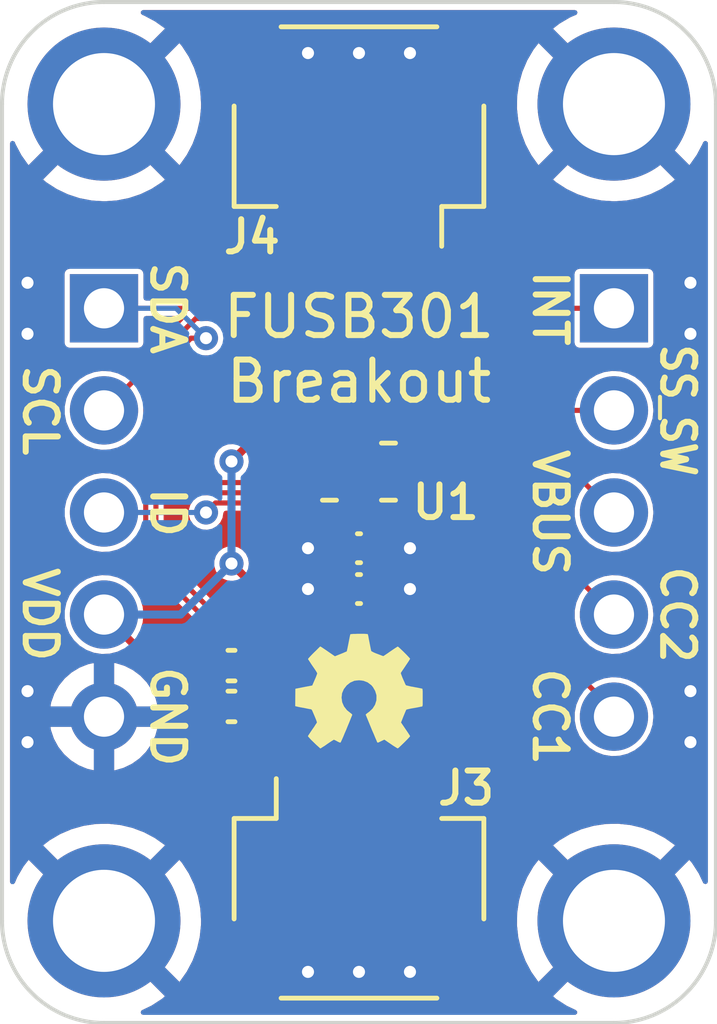
<source format=kicad_pcb>
(kicad_pcb (version 20210424) (generator pcbnew)
  (layers (0 "F.Cu" signal) (31 "B.Cu" signal) (34 "B.Paste" user) (35 "F.Paste" user) (36 "B.SilkS" user "B.Silkscreen") (37 "F.SilkS" user "F.Silkscreen") (38 "B.Mask" user) (39 "F.Mask" user) (44 "Edge.Cuts" user))
  (net 0 "")
  (net 1 "/SDA")
  (net 2 "/SCL")
  (net 3 "/ID")
  (net 4 "GND")
  (net 5 "VDD")
  (net 6 "/~INT")
  (net 7 "/SS_SW")
  (net 8 "/VBUS")
  (net 9 "/CC2")
  (net 10 "/CC1")
  (footprint "MountingHole:MountingHole_2.5mm_Pad" (layer "F.Cu") (at 136.525 104.775)
    (fp_text reference "H1" hide)
    (fp_text value "MountingHole_2.5mm_Pad" hide)
    (pad "1" thru_hole circle locked (at 0 0) (size 3.81 3.81) (drill 2.54) (layers *.Cu *.Mask) (net 4 "GND"))
  )
  (footprint "MountingHole:MountingHole_2.5mm_Pad" (layer "F.Cu") (at 149.225 104.775)
    (fp_text reference "H2" hide)
    (fp_text value "MountingHole_2.5mm_Pad" hide)
    (pad "1" thru_hole circle locked (at 0 0) (size 3.81 3.81) (drill 2.54) (layers *.Cu *.Mask) (net 4 "GND"))
  )
  (footprint "Connector_JST:JST_SH_SM04B-SRSS-TB_1x04-1MP_P1.00mm_Horizontal" (layer "F.Cu") (at 142.875 124.333)
    (fp_text reference "J3" (at 2.667 -2.54) (layer "F.SilkS") (effects (font (size 0.8 0.8))))
    (fp_text value "Conn_01x04_Male" hide)
    (fp_line (start -2.06 -1.785) (end -2.06 -2.775) (layer "F.SilkS") (width 0.12))
    (fp_line (start 3.11 -1.785) (end 2.06 -1.785) (layer "F.SilkS") (width 0.12))
    (fp_line (start -3.11 0.715) (end -3.11 -1.785) (layer "F.SilkS") (width 0.12))
    (fp_line (start -1.94 2.685) (end 1.94 2.685) (layer "F.SilkS") (width 0.12))
    (fp_line (start 3.11 0.715) (end 3.11 -1.785) (layer "F.SilkS") (width 0.12))
    (fp_line (start -3.11 -1.785) (end -2.06 -1.785) (layer "F.SilkS") (width 0.12))
    (pad "1" smd roundrect locked (at -1.5 -2) (size 0.6 1.55) (layers "F.Cu" "F.Paste" "F.Mask") (net 4 "GND"))
    (pad "2" smd roundrect locked (at -0.5 -2) (size 0.6 1.55) (layers "F.Cu" "F.Paste" "F.Mask") (net 5 "VDD"))
    (pad "3" smd roundrect locked (at 0.5 -2) (size 0.6 1.55) (layers "F.Cu" "F.Paste" "F.Mask") (net 1 "/SDA"))
    (pad "4" smd roundrect locked (at 1.5 -2) (size 0.6 1.55) (layers "F.Cu" "F.Paste" "F.Mask") (net 2 "/SCL"))
    (pad "MP" smd roundrect locked (at 2.8 1.875) (size 1.2 1.8) (layers "F.Cu" "F.Paste" "F.Mask") (roundrect_rratio 0.208333))
    (pad "MP" smd roundrect locked (at -2.8 1.875) (size 1.2 1.8) (layers "F.Cu" "F.Paste" "F.Mask") (roundrect_rratio 0.208333))
  )
  (footprint "Connector_PinHeader_2.54mm:PinHeader_1x05_P2.54mm_Vertical" (layer "F.Cu") (at 149.225 109.855)
    (fp_text reference "J2" hide)
    (fp_text value "Conn_01x05_Male" hide)
    (pad "1" thru_hole rect locked (at 0 0) (size 1.7 1.7) (drill 1) (layers *.Cu *.Mask) (net 6 "/~INT"))
    (pad "2" thru_hole oval locked (at 0 2.54) (size 1.7 1.7) (drill 1) (layers *.Cu *.Mask) (net 7 "/SS_SW"))
    (pad "3" thru_hole oval locked (at 0 5.08) (size 1.7 1.7) (drill 1) (layers *.Cu *.Mask) (net 8 "/VBUS"))
    (pad "4" thru_hole oval locked (at 0 7.62) (size 1.7 1.7) (drill 1) (layers *.Cu *.Mask) (net 9 "/CC2"))
    (pad "5" thru_hole oval locked (at 0 10.16) (size 1.7 1.7) (drill 1) (layers *.Cu *.Mask) (net 10 "/CC1"))
  )
  (footprint "FUSB301:OnSemi_X2QFN-10_1.6x1.2mm_P0.4mm" (layer "F.Cu") (at 142.875 113.919)
    (fp_text reference "U1" (at 2.159 0.762) (layer "F.SilkS") (effects (font (size 0.8128 0.8128))))
    (fp_text value "FUSB301")
    (fp_line (start 0.56 -0.71) (end 0.91 -0.71) (layer "F.SilkS") (width 0.12))
    (fp_line (start -0.56 0.71) (end -0.91 0.71) (layer "F.SilkS") (width 0.12))
    (fp_line (start 0.56 0.71) (end 0.91 0.71) (layer "F.SilkS") (width 0.12))
    (pad "1" smd roundrect (at -0.8 -0.4) (size 0.7 0.2) (layers "F.Cu" "F.Paste" "F.Mask") (net 1 "/SDA"))
    (pad "2" smd roundrect (at -0.8 0) (size 0.7 0.2) (layers "F.Cu" "F.Paste" "F.Mask") (net 2 "/SCL"))
    (pad "3" smd roundrect (at -0.8 0.4) (size 0.7 0.2) (layers "F.Cu" "F.Paste" "F.Mask") (net 3 "/ID"))
    (pad "4" smd roundrect (at -0.2 0.6) (size 0.2 0.7) (layers "F.Cu" "F.Paste" "F.Mask") (net 4 "GND"))
    (pad "5" smd roundrect (at 0.2 0.6) (size 0.2 0.7) (layers "F.Cu" "F.Paste" "F.Mask") (net 5 "VDD"))
    (pad "6" smd roundrect (at 0.8 0.4) (size 0.7 0.2) (layers "F.Cu" "F.Paste" "F.Mask") (net 10 "/CC1"))
    (pad "7" smd roundrect (at 0.8 0) (size 0.7 0.2) (layers "F.Cu" "F.Paste" "F.Mask") (net 9 "/CC2"))
    (pad "8" smd roundrect (at 0.8 -0.4) (size 0.7 0.2) (layers "F.Cu" "F.Paste" "F.Mask") (net 8 "/VBUS"))
    (pad "9" smd roundrect (at 0.2 -0.6) (size 0.2 0.7) (layers "F.Cu" "F.Paste" "F.Mask") (net 7 "/SS_SW"))
    (pad "10" smd roundrect (at -0.2 -0.6) (size 0.2 0.7) (layers "F.Cu" "F.Paste" "F.Mask") (net 6 "/~INT"))
  )
  (footprint "Resistor_SMD:R_0402_1005Metric" (layer "F.Cu") (at 139.7 118.745)
    (fp_text reference "R1" hide)
    (fp_text value "10K" hide)
    (fp_line (start -0.0875 -0.38) (end 0.0875 -0.38) (layer "F.SilkS") (width 0.12))
    (fp_line (start -0.0875 0.38) (end 0.0875 0.38) (layer "F.SilkS") (width 0.12))
    (pad "1" smd roundrect locked (at -0.51 0) (size 0.54 0.64) (layers "F.Cu" "F.Paste" "F.Mask") (net 5 "VDD"))
    (pad "2" smd roundrect locked (at 0.51 0) (size 0.54 0.64) (layers "F.Cu" "F.Paste" "F.Mask") (net 1 "/SDA"))
  )
  (footprint "OSHW_Small:OSHW-125mils" (layer "F.Cu") (at 142.875 119.38)
    (fp_text reference "G***" hide)
    (fp_text value "OSHW-125mils" hide)
    (fp_poly (pts (xy -0.96266 1.42494) (xy -0.94488 1.41732) (xy -0.90678 1.39192) (xy -0.85344 1.3589) (xy -0.79248 1.31572) (xy -0.72898 1.27254) (xy -0.67818 1.23952) (xy -0.64008 1.21666) (xy -0.62484 1.2065) (xy -0.61722 1.21158) (xy -0.58674 1.22428) (xy -0.54356 1.24714) (xy -0.5207 1.25984) (xy -0.48006 1.27762) (xy -0.45974 1.28016) (xy -0.4572 1.27508) (xy -0.44196 1.2446) (xy -0.4191 1.1938) (xy -0.38862 1.12522) (xy -0.3556 1.04394) (xy -0.3175 0.95758) (xy -0.28194 0.86868) (xy -0.24638 0.78486) (xy -0.2159 0.70866) (xy -0.1905 0.64516) (xy -0.17272 0.60198) (xy -0.16764 0.5842) (xy -0.17018 0.58166) (xy -0.1905 0.56134) (xy -0.22352 0.53594) (xy -0.29972 0.47498) (xy -0.37338 0.381) (xy -0.4191 0.27686) (xy -0.43434 0.16002) (xy -0.42164 0.0508) (xy -0.37846 -0.0508) (xy -0.3048 -0.14478) (xy -0.21844 -0.21336) (xy -0.1143 -0.25908) (xy 0 -0.27178) (xy 0.10922 -0.25908) (xy 0.2159 -0.21844) (xy 0.30988 -0.14732) (xy 0.34798 -0.1016) (xy 0.40386 -0.00508) (xy 0.43434 0.09398) (xy 0.43688 0.11938) (xy 0.43434 0.23114) (xy 0.40132 0.33782) (xy 0.34036 0.43434) (xy 0.25908 0.51054) (xy 0.24892 0.51816) (xy 0.21082 0.5461) (xy 0.18542 0.56642) (xy 0.16764 0.5842) (xy 0.30734 0.92456) (xy 0.3302 0.98044) (xy 0.37084 1.07188) (xy 0.40386 1.15316) (xy 0.4318 1.21666) (xy 0.44958 1.25984) (xy 0.45974 1.27762) (xy 0.47244 1.28016) (xy 0.49784 1.27) (xy 0.5461 1.24714) (xy 0.57658 1.2319) (xy 0.61468 1.21412) (xy 0.62992 1.2065) (xy 0.64516 1.21412) (xy 0.67818 1.23698) (xy 0.72898 1.27254) (xy 0.78994 1.31318) (xy 0.84836 1.35382) (xy 0.9017 1.38684) (xy 0.94234 1.41224) (xy 0.96012 1.4224) (xy 0.96266 1.4224) (xy 0.98044 1.41478) (xy 1.01092 1.38684) (xy 1.05664 1.34366) (xy 1.12268 1.28016) (xy 1.13284 1.27) (xy 1.18872 1.21412) (xy 1.2319 1.1684) (xy 1.26238 1.13538) (xy 1.27254 1.12014) (xy 1.26238 1.10236) (xy 1.23698 1.06172) (xy 1.20142 1.00838) (xy 1.15824 0.94488) (xy 1.04648 0.77978) (xy 1.10744 0.62484) (xy 1.12776 0.57658) (xy 1.15062 0.5207) (xy 1.1684 0.48006) (xy 1.17856 0.45974) (xy 1.19634 0.45466) (xy 1.23698 0.4445) (xy 1.29794 0.4318) (xy 1.3716 0.4191) (xy 1.44272 0.4064) (xy 1.50622 0.3937) (xy 1.55194 0.38354) (xy 1.57226 0.381) (xy 1.57734 0.37846) (xy 1.57988 0.3683) (xy 1.58496 0.34544) (xy 1.58496 0.30734) (xy 1.58496 0.24638) (xy 1.58496 0.16002) (xy 1.58496 0.14986) (xy 1.58496 0.06604) (xy 1.58496 0) (xy 1.58242 -0.04064) (xy 1.57988 -0.05842) (xy 1.57734 -0.05842) (xy 1.55956 -0.0635) (xy 1.51384 -0.07366) (xy 1.45034 -0.08636) (xy 1.37668 -0.09906) (xy 1.3716 -0.1016) (xy 1.2954 -0.1143) (xy 1.2319 -0.12954) (xy 1.18872 -0.1397) (xy 1.17094 -0.14478) (xy 1.16586 -0.14986) (xy 1.15062 -0.1778) (xy 1.1303 -0.22606) (xy 1.1049 -0.28194) (xy 1.0795 -0.34036) (xy 1.05918 -0.3937) (xy 1.04394 -0.43434) (xy 1.0414 -0.45212) (xy 1.05156 -0.4699) (xy 1.07696 -0.508) (xy 1.11506 -0.56388) (xy 1.15824 -0.62738) (xy 1.16078 -0.63246) (xy 1.20396 -0.69596) (xy 1.23952 -0.7493) (xy 1.26238 -0.7874) (xy 1.27254 -0.80518) (xy 1.2573 -0.8255) (xy 1.22428 -0.86106) (xy 1.17856 -0.90932) (xy 1.12268 -0.9652) (xy 1.1049 -0.98298) (xy 1.04394 -1.0414) (xy 1.00076 -1.08204) (xy 0.97536 -1.10236) (xy 0.96266 -1.10744) (xy 0.96012 -1.10744) (xy 0.94234 -1.09474) (xy 0.9017 -1.06934) (xy 0.84836 -1.03378) (xy 0.78232 -0.98806) (xy 0.77724 -0.98552) (xy 0.71628 -0.94234) (xy 0.66294 -0.90678) (xy 0.62484 -0.88138) (xy 0.60706 -0.87122) (xy 0.60452 -0.87122) (xy 0.57912 -0.87884) (xy 0.5334 -0.89662) (xy 0.48006 -0.91694) (xy 0.4191 -0.9398) (xy 0.36576 -0.96266) (xy 0.32766 -0.98298) (xy 0.30734 -0.99314) (xy 0.29972 -1.016) (xy 0.28956 -1.06426) (xy 0.27686 -1.12776) (xy 0.26162 -1.2065) (xy 0.25908 -1.2192) (xy 0.24384 -1.2954) (xy 0.23368 -1.35636) (xy 0.22352 -1.39954) (xy 0.21844 -1.41732) (xy 0.20828 -1.41986) (xy 0.17272 -1.4224) (xy 0.1143 -1.42494) (xy 0.04826 -1.42494) (xy -0.02286 -1.42494) (xy -0.09398 -1.4224) (xy -0.1524 -1.4224) (xy -0.19558 -1.41732) (xy -0.21336 -1.41478) (xy -0.22098 -1.38938) (xy -0.23114 -1.34366) (xy -0.24384 -1.27762) (xy -0.25908 -1.19888) (xy -0.26162 -1.18618) (xy -0.27686 -1.10998) (xy -0.28956 -1.04902) (xy -0.29972 -1.00584) (xy -0.30226 -0.98806) (xy -0.30988 -0.98552) (xy -0.34036 -0.97282) (xy -0.39116 -0.94996) (xy -0.45466 -0.92456) (xy -0.59944 -0.86614) (xy -0.77724 -0.98806) (xy -0.79502 -1.00076) (xy -0.85852 -1.04394) (xy -0.91186 -1.0795) (xy -0.94742 -1.10236) (xy -0.96266 -1.10998) (xy -0.9652 -1.10998) (xy -0.98298 -1.09474) (xy -1.016 -1.06172) (xy -1.06426 -1.01346) (xy -1.12268 -0.95758) (xy -1.16332 -0.91694) (xy -1.21158 -0.86614) (xy -1.24206 -0.83312) (xy -1.25984 -0.8128) (xy -1.26746 -0.8001) (xy -1.26492 -0.78994) (xy -1.25222 -0.77216) (xy -1.22682 -0.73406) (xy -1.19126 -0.67818) (xy -1.14808 -0.61468) (xy -1.11252 -0.56388) (xy -1.07188 -0.50292) (xy -1.04648 -0.45974) (xy -1.03886 -0.43942) (xy -1.0414 -0.4318) (xy -1.0541 -0.39624) (xy -1.07442 -0.3429) (xy -1.10236 -0.2794) (xy -1.16332 -0.1397) (xy -1.25476 -0.12192) (xy -1.31064 -0.11176) (xy -1.38938 -0.09652) (xy -1.46558 -0.08128) (xy -1.58242 -0.05842) (xy -1.5875 0.37084) (xy -1.56718 0.37846) (xy -1.55194 0.381) (xy -1.50876 0.39116) (xy -1.44526 0.40386) (xy -1.3716 0.41656) (xy -1.31064 0.42926) (xy -1.24714 0.44196) (xy -1.20142 0.44958) (xy -1.18364 0.45466) (xy -1.17856 0.45974) (xy -1.16078 0.49022) (xy -1.14046 0.53848) (xy -1.11506 0.5969) (xy -1.08966 0.65786) (xy -1.0668 0.71374) (xy -1.05156 0.75692) (xy -1.04648 0.77724) (xy -1.0541 0.79502) (xy -1.0795 0.83058) (xy -1.11252 0.88392) (xy -1.1557 0.94488) (xy -1.19888 1.00838) (xy -1.23444 1.06172) (xy -1.25984 1.09982) (xy -1.27 1.1176) (xy -1.26492 1.1303) (xy -1.23952 1.15824) (xy -1.1938 1.20904) (xy -1.12268 1.27762) (xy -1.11252 1.28778) (xy -1.05664 1.34112) (xy -1.00838 1.3843) (xy -0.97536 1.41478) (xy -0.96266 1.42494)) (layer "F.SilkS") (width 0.00254) (fill solid))
  )
  (footprint "Capacitor_SMD:C_0402_1005Metric" (layer "F.Cu") (at 142.875 115.824 180)
    (fp_text reference "C1" hide)
    (fp_text value "0.1uF" hide)
    (fp_line (start -0.04 -0.36) (end 0.04 -0.36) (layer "F.SilkS") (width 0.12))
    (fp_line (start -0.04 0.36) (end 0.04 0.36) (layer "F.SilkS") (width 0.12))
    (pad "1" smd roundrect locked (at -0.48 0 180) (size 0.56 0.62) (layers "F.Cu" "F.Paste" "F.Mask") (net 5 "VDD"))
    (pad "2" smd roundrect locked (at 0.48 0 180) (size 0.56 0.62) (layers "F.Cu" "F.Paste" "F.Mask") (net 4 "GND"))
  )
  (footprint "Resistor_SMD:R_0402_1005Metric" (layer "F.Cu") (at 139.7 119.761)
    (fp_text reference "R2" hide)
    (fp_text value "10K" hide)
    (fp_line (start -0.0875 -0.38) (end 0.0875 -0.38) (layer "F.SilkS") (width 0.12))
    (fp_line (start -0.0875 0.38) (end 0.0875 0.38) (layer "F.SilkS") (width 0.12))
    (pad "1" smd roundrect locked (at -0.51 0) (size 0.54 0.64) (layers "F.Cu" "F.Paste" "F.Mask") (net 5 "VDD"))
    (pad "2" smd roundrect locked (at 0.51 0) (size 0.54 0.64) (layers "F.Cu" "F.Paste" "F.Mask") (net 2 "/SCL"))
  )
  (footprint "MountingHole:MountingHole_2.5mm_Pad" (layer "F.Cu") (at 149.225 125.095)
    (fp_text reference "H4" hide)
    (fp_text value "MountingHole_2.5mm_Pad" hide)
    (pad "1" thru_hole circle locked (at 0 0) (size 3.81 3.81) (drill 2.54) (layers *.Cu *.Mask) (net 4 "GND"))
  )
  (footprint "MountingHole:MountingHole_2.5mm_Pad" (layer "F.Cu") (at 136.525 125.095)
    (fp_text reference "H3" hide)
    (fp_text value "MountingHole_2.5mm_Pad" hide)
    (pad "1" thru_hole circle locked (at 0 0) (size 3.81 3.81) (drill 2.54) (layers *.Cu *.Mask) (net 4 "GND"))
  )
  (footprint "Connector_JST:JST_SH_SM04B-SRSS-TB_1x04-1MP_P1.00mm_Horizontal" (layer "F.Cu") (at 142.875 105.537 180)
    (fp_text reference "J4" (at 2.667 -2.54) (layer "F.SilkS") (effects (font (size 0.8 0.8))))
    (fp_text value "Conn_01x04_Male" hide)
    (fp_line (start -1.94 2.685) (end 1.94 2.685) (layer "F.SilkS") (width 0.12))
    (fp_line (start 3.11 -1.785) (end 2.06 -1.785) (layer "F.SilkS") (width 0.12))
    (fp_line (start -3.11 -1.785) (end -2.06 -1.785) (layer "F.SilkS") (width 0.12))
    (fp_line (start 3.11 0.715) (end 3.11 -1.785) (layer "F.SilkS") (width 0.12))
    (fp_line (start -3.11 0.715) (end -3.11 -1.785) (layer "F.SilkS") (width 0.12))
    (fp_line (start -2.06 -1.785) (end -2.06 -2.775) (layer "F.SilkS") (width 0.12))
    (pad "1" smd roundrect locked (at -1.5 -2 180) (size 0.6 1.55) (layers "F.Cu" "F.Paste" "F.Mask") (net 4 "GND"))
    (pad "2" smd roundrect locked (at -0.5 -2 180) (size 0.6 1.55) (layers "F.Cu" "F.Paste" "F.Mask") (net 5 "VDD"))
    (pad "3" smd roundrect locked (at 0.5 -2 180) (size 0.6 1.55) (layers "F.Cu" "F.Paste" "F.Mask") (net 1 "/SDA"))
    (pad "4" smd roundrect locked (at 1.5 -2 180) (size 0.6 1.55) (layers "F.Cu" "F.Paste" "F.Mask") (net 2 "/SCL"))
    (pad "MP" smd roundrect locked (at 2.8 1.875 180) (size 1.2 1.8) (layers "F.Cu" "F.Paste" "F.Mask") (roundrect_rratio 0.2083333333))
    (pad "MP" smd roundrect locked (at -2.8 1.875 180) (size 1.2 1.8) (layers "F.Cu" "F.Paste" "F.Mask") (roundrect_rratio 0.2083333333))
  )
  (footprint "Connector_PinHeader_2.54mm:PinHeader_1x05_P2.54mm_Vertical" (layer "F.Cu") (at 136.525 109.855)
    (fp_text reference "J1" hide)
    (fp_text value "Conn_01x05_Male" hide)
    (pad "1" thru_hole rect locked (at 0 0) (size 1.7 1.7) (drill 1) (layers *.Cu *.Mask) (net 2 "/SCL"))
    (pad "2" thru_hole oval locked (at 0 2.54) (size 1.7 1.7) (drill 1) (layers *.Cu *.Mask) (net 1 "/SDA"))
    (pad "3" thru_hole oval locked (at 0 5.08) (size 1.7 1.7) (drill 1) (layers *.Cu *.Mask) (net 3 "/ID"))
    (pad "4" thru_hole oval locked (at 0 7.62) (size 1.7 1.7) (drill 1) (layers *.Cu *.Mask) (net 5 "VDD"))
    (pad "5" thru_hole oval locked (at 0 10.16) (size 1.7 1.7) (drill 1) (layers *.Cu *.Mask) (net 4 "GND"))
  )
  (footprint "Capacitor_SMD:C_0402_1005Metric" (layer "F.Cu") (at 142.875 116.84 180)
    (fp_text reference "C2" hide)
    (fp_text value "10uF" hide)
    (fp_line (start -0.04 -0.36) (end 0.04 -0.36) (layer "F.SilkS") (width 0.12))
    (fp_line (start -0.04 0.36) (end 0.04 0.36) (layer "F.SilkS") (width 0.12))
    (pad "1" smd roundrect locked (at -0.48 0 180) (size 0.56 0.62) (layers "F.Cu" "F.Paste" "F.Mask") (net 5 "VDD"))
    (pad "2" smd roundrect locked (at 0.48 0 180) (size 0.56 0.62) (layers "F.Cu" "F.Paste" "F.Mask") (net 4 "GND"))
  )
  (gr_arc (start 136.525 125.095) (end 133.985 125.095) (angle -90) (layer "Edge.Cuts") (width 0.1))
  (gr_arc (start 149.225 125.095) (end 149.225 127.635) (angle -90) (layer "Edge.Cuts") (width 0.1))
  (gr_line (start 149.225 102.235) (end 136.525 102.235) (layer "Edge.Cuts") (width 0.1))
  (gr_line (start 133.985 104.775) (end 133.985 125.095) (layer "Edge.Cuts") (width 0.1))
  (gr_line (start 151.765 125.095) (end 151.765 104.775) (layer "Edge.Cuts") (width 0.1))
  (gr_arc (start 136.525 104.775) (end 136.525 102.235) (angle -90) (layer "Edge.Cuts") (width 0.1))
  (gr_arc (start 149.225 104.775) (end 151.765 104.775) (angle -90) (layer "Edge.Cuts") (width 0.1))
  (gr_line (start 136.525 127.635) (end 149.225 127.635) (layer "Edge.Cuts") (width 0.1))
  (gr_text "CC1" (at 147.6375 120.015 270) (layer "F.SilkS") (effects (font (size 0.8 0.8))))
  (gr_text "FUSB301\nBreakout" (at 142.875 110.871) (layer "F.SilkS") (effects (font (size 1 1))))
  (gr_text "SDA" (at 138.1125 109.855 -90) (layer "F.SilkS") (effects (font (size 0.8 0.8))))
  (gr_text "INT" (at 147.6375 109.855 270) (layer "F.SilkS") (effects (font (size 0.8 0.8))))
  (gr_text "VDD" (at 134.9375 117.475 -90) (layer "F.SilkS") (effects (font (size 0.8 0.8))))
  (gr_text "GND" (at 138.1125 120.015 -90) (layer "F.SilkS") (effects (font (size 0.8 0.8))))
  (gr_text "SW" (at 150.8125 113.278333 270) (layer "F.SilkS") (effects (font (size 0.8 0.7))))
  (gr_text "CC2" (at 150.8125 117.475 270) (layer "F.SilkS") (effects (font (size 0.8 0.8))))
  (gr_text "VBUS" (at 147.6375 114.935 270) (layer "F.SilkS") (effects (font (size 0.8 0.8))))
  (gr_text "ID" (at 138.1125 114.935 -90) (layer "F.SilkS") (effects (font (size 0.8 0.8))))
  (gr_text "SS" (at 150.8125 111.445 270) (layer "F.SilkS") (effects (font (size 0.8 0.7))))
  (gr_text "  _  " (at 150.8125 112.325 270) (layer "F.SilkS") (effects (font (size 0.8 0.7) (thickness 0.1))))
  (gr_text "SCL" (at 134.9375 112.395 -90) (layer "F.SilkS") (effects (font (size 0.8 0.8))))
  (segment (start 140.21 118.745) (end 139.7 119.255) (width 0.127) (layer "F.Cu") (net 1))
  (segment (start 136.525 112.395) (end 137.565011 111.354989) (width 0.127) (layer "F.Cu") (net 1))
  (segment (start 139.820127 120.359989) (end 142.176989 120.359989) (width 0.127) (layer "F.Cu") (net 1))
  (segment (start 140.361476 114.191488) (end 139.083487 114.191487) (width 0.127) (layer "F.Cu") (net 1))
  (segment (start 137.565011 111.354989) (end 137.565011 116.100011) (width 0.127) (layer "F.Cu") (net 1))
  (segment (start 138.072042 113.180042) (end 138.072042 111.576228) (width 0.127) (layer "F.Cu") (net 1))
  (segment (start 139.7 120.239862) (end 139.820127 120.359989) (width 0.127) (layer "F.Cu") (net 1))
  (segment (start 138.81148 110.10852) (end 137.565011 111.354989) (width 0.127) (layer "F.Cu") (net 1))
  (segment (start 142.176989 120.359989) (end 143.375 121.558) (width 0.127) (layer "F.Cu") (net 1))
  (segment (start 141.033964 113.519) (end 140.361476 114.191488) (width 0.127) (layer "F.Cu") (net 1))
  (segment (start 142.075 113.519) (end 141.033964 113.519) (width 0.127) (layer "F.Cu") (net 1))
  (segment (start 139.083487 114.191487) (end 138.072042 113.180042) (width 0.127) (layer "F.Cu") (net 1))
  (segment (start 138.559739 111.088531) (end 139.349969 111.088531) (width 0.127) (layer "F.Cu") (net 1))
  (segment (start 138.072042 111.576228) (end 138.559739 111.088531) (width 0.127) (layer "F.Cu") (net 1))
  (segment (start 140.32998 110.10852) (end 138.81148 110.10852) (width 0.127) (layer "F.Cu") (net 1))
  (segment (start 140.32998 110.10852) (end 142.375 108.0635) (width 0.127) (layer "F.Cu") (net 1))
  (segment (start 139.7 119.255) (end 139.7 120.239862) (width 0.127) (layer "F.Cu") (net 1))
  (segment (start 137.565011 116.100011) (end 140.21 118.745) (width 0.127) (layer "F.Cu") (net 1))
  (segment (start 143.375 121.558) (end 143.375 122.333) (width 0.127) (layer "F.Cu") (net 1))
  (segment (start 139.349969 111.088531) (end 140.32998 110.10852) (width 0.127) (layer "F.Cu") (net 1))
  (segment (start 137.818531 111.471221) (end 137.818531 115.994999) (width 0.127) (layer "F.Cu") (net 2))
  (segment (start 138.691232 110.59852) (end 137.818531 111.471221) (width 0.127) (layer "F.Cu") (net 2))
  (segment (start 140.058512 118.23498) (end 140.4867 118.23498) (width 0.127) (layer "F.Cu") (net 2))
  (segment (start 140.992482 113.919) (end 140.466483 114.444999) (width 0.127) (layer "F.Cu") (net 2))
  (segment (start 142.075 113.919) (end 140.992482 113.919) (width 0.127) (layer "F.Cu") (net 2))
  (segment (start 140.555469 120.106469) (end 142.923469 120.106469) (width 0.127) (layer "F.Cu") (net 2))
  (segment (start 138.97848 114.444998) (end 137.818522 113.28504) (width 0.127) (layer "F.Cu") (net 2))
  (segment (start 144.375 121.558) (end 144.375 122.333) (width 0.127) (layer "F.Cu") (net 2))
  (segment (start 142.923469 120.106469) (end 144.375 121.558) (width 0.127) (layer "F.Cu") (net 2))
  (segment (start 140.67002 118.4183) (end 140.67002 119.30098) (width 0.127) (layer "F.Cu") (net 2))
  (segment (start 137.818531 115.994999) (end 140.058512 118.23498) (width 0.127) (layer "F.Cu") (net 2))
  (segment (start 139.065 110.59852) (end 138.691232 110.59852) (width 0.127) (layer "F.Cu") (net 2))
  (segment (start 140.4867 118.23498) (end 140.67002 118.4183) (width 0.127) (layer "F.Cu") (net 2))
  (segment (start 140.67002 119.30098) (end 140.21 119.761) (width 0.127) (layer "F.Cu") (net 2))
  (segment (start 141.375 108.704968) (end 141.375 107.537) (width 0.127) (layer "F.Cu") (net 2))
  (segment (start 140.224968 109.855) (end 141.375 108.704968) (width 0.127) (layer "F.Cu") (net 2))
  (segment (start 140.466483 114.444999) (end 138.97848 114.444998) (width 0.127) (layer "F.Cu") (net 2))
  (segment (start 136.525 109.855) (end 140.224968 109.855) (width 0.127) (layer "F.Cu") (net 2))
  (segment (start 140.21 119.761) (end 140.555469 120.106469) (width 0.127) (layer "F.Cu") (net 2))
  (via (at 139.065 110.59852) (size 0.6) (drill 0.3) (layers "F.Cu" "B.Cu") (net 2))
  (segment (start 139.065 110.59852) (end 138.32148 109.855) (width 0.127) (layer "B.Cu") (net 2))
  (segment (start 138.32148 109.855) (end 136.525 109.855) (width 0.127) (layer "B.Cu") (net 2))
  (segment (start 140.951014 114.319) (end 140.571494 114.698519) (width 0.127) (layer "F.Cu") (net 3))
  (segment (start 139.301482 114.698518) (end 139.065 114.935) (width 0.127) (layer "F.Cu") (net 3))
  (segment (start 140.571494 114.698519) (end 139.301482 114.698518) (width 0.127) (layer "F.Cu") (net 3))
  (segment (start 142.075 114.319) (end 140.951014 114.319) (width 0.127) (layer "F.Cu") (net 3))
  (via (at 139.065 114.935) (size 0.6) (drill 0.3) (layers "F.Cu" "B.Cu") (net 3))
  (segment (start 136.525 114.935) (end 139.065 114.935) (width 0.127) (layer "B.Cu") (net 3))
  (segment (start 142.675 114.519) (end 142.675 115.544) (width 0.2) (layer "F.Cu") (net 4))
  (segment (start 142.675 115.544) (end 142.395 115.824) (width 0.2) (layer "F.Cu") (net 4))
  (via (at 144.145 103.505) (size 0.6) (drill 0.3) (layers "F.Cu" "B.Cu") (net 4))
  (via (at 141.605 126.365) (size 0.6) (drill 0.3) (layers "F.Cu" "B.Cu") (net 4))
  (via (at 151.13 119.38) (size 0.6) (drill 0.3) (layers "F.Cu" "B.Cu") (net 4))
  (via (at 151.13 120.65) (size 0.6) (drill 0.3) (layers "F.Cu" "B.Cu") (net 4))
  (via (at 144.145 116.84) (size 0.6) (drill 0.3) (layers "F.Cu" "B.Cu") (net 4))
  (via (at 134.62 109.22) (size 0.6) (drill 0.3) (layers "F.Cu" "B.Cu") (net 4))
  (via (at 151.13 109.22) (size 0.6) (drill 0.3) (layers "F.Cu" "B.Cu") (net 4))
  (via (at 134.62 110.49) (size 0.6) (drill 0.3) (layers "F.Cu" "B.Cu") (net 4))
  (via (at 142.875 103.505) (size 0.6) (drill 0.3) (layers "F.Cu" "B.Cu") (net 4))
  (via (at 134.62 119.38) (size 0.6) (drill 0.3) (layers "F.Cu" "B.Cu") (net 4))
  (via (at 142.875 126.365) (size 0.6) (drill 0.3) (layers "F.Cu" "B.Cu") (net 4))
  (via (at 141.605 103.505) (size 0.6) (drill 0.3) (layers "F.Cu" "B.Cu") (net 4))
  (via (at 141.605 115.824) (size 0.6) (drill 0.3) (layers "F.Cu" "B.Cu") (net 4))
  (via (at 144.145 115.824) (size 0.6) (drill 0.3) (layers "F.Cu" "B.Cu") (net 4))
  (via (at 134.62 120.65) (size 0.6) (drill 0.3) (layers "F.Cu" "B.Cu") (net 4))
  (via (at 144.145 126.365) (size 0.6) (drill 0.3) (layers "F.Cu" "B.Cu") (net 4))
  (via (at 141.605 116.84) (size 0.6) (drill 0.3) (layers "F.Cu" "B.Cu") (net 4))
  (via (at 151.13 110.49) (size 0.6) (drill 0.3) (layers "F.Cu" "B.Cu") (net 4))
  (segment (start 143.355 116.84) (end 143.355 115.824) (width 0.2) (layer "F.Cu") (net 5))
  (segment (start 139.19 118.745) (end 137.795 118.745) (width 0.2) (layer "F.Cu") (net 5))
  (segment (start 139.7 120.65) (end 139.19 120.14) (width 0.2) (layer "F.Cu") (net 5))
  (segment (start 137.795 118.745) (end 136.525 117.475) (width 0.2) (layer "F.Cu") (net 5))
  (segment (start 143.075 115.544) (end 143.355 115.824) (width 0.2) (layer "F.Cu") (net 5))
  (segment (start 139.19 119.761) (end 139.19 118.745) (width 0.2) (layer "F.Cu") (net 5))
  (segment (start 141.467 120.65) (end 139.7 120.65) (width 0.2) (layer "F.Cu") (net 5))
  (segment (start 142.375 121.558) (end 141.467 120.65) (width 0.2) (layer "F.Cu") (net 5))
  (segment (start 139.19 120.14) (end 139.19 119.761) (width 0.2) (layer "F.Cu") (net 5))
  (segment (start 140.87152 117.37652) (end 139.7 116.205) (width 0.2) (layer "F.Cu") (net 5))
  (segment (start 143.375 107.537) (end 143.375 109.99) (width 0.2) (layer "F.Cu") (net 5))
  (segment (start 142.375 122.333) (end 142.375 121.558) (width 0.2) (layer "F.Cu") (net 5))
  (segment (start 143.375 109.99) (end 139.7 113.665) (width 0.2) (layer "F.Cu") (net 5))
  (segment (start 143.355 116.84) (end 142.81848 117.37652) (width 0.2) (layer "F.Cu") (net 5))
  (segment (start 142.81848 117.37652) (end 140.87152 117.37652) (width 0.2) (layer "F.Cu") (net 5))
  (segment (start 143.075 114.519) (end 143.075 115.544) (width 0.2) (layer "F.Cu") (net 5))
  (via (at 139.7 113.665) (size 0.6) (drill 0.3) (layers "F.Cu" "B.Cu") (net 5))
  (via (at 139.7 116.205) (size 0.6) (drill 0.3) (layers "F.Cu" "B.Cu") (net 5))
  (segment (start 136.525 117.475) (end 138.43 117.475) (width 0.2) (layer "B.Cu") (net 5))
  (segment (start 139.7 116.205) (end 139.7 113.665) (width 0.2) (layer "B.Cu") (net 5))
  (segment (start 138.43 117.475) (end 139.7 116.205) (width 0.2) (layer "B.Cu") (net 5))
  (segment (start 142.675 113.319) (end 142.675 112.842) (width 0.127) (layer "F.Cu") (net 6))
  (segment (start 142.675 112.842) (end 145.662 109.855) (width 0.127) (layer "F.Cu") (net 6))
  (segment (start 145.662 109.855) (end 149.225 109.855) (width 0.127) (layer "F.Cu") (net 6))
  (segment (start 143.075 112.800532) (end 143.480532 112.395) (width 0.127) (layer "F.Cu") (net 7))
  (segment (start 143.480532 112.395) (end 149.225 112.395) (width 0.127) (layer "F.Cu") (net 7))
  (segment (start 143.075 113.319) (end 143.075 112.800532) (width 0.127) (layer "F.Cu") (net 7))
  (segment (start 143.675 113.519) (end 147.809 113.519) (width 0.127) (layer "F.Cu") (net 8))
  (segment (start 147.809 113.519) (end 149.225 114.935) (width 0.127) (layer "F.Cu") (net 8))
  (segment (start 145.669 113.919) (end 149.225 117.475) (width 0.127) (layer "F.Cu") (net 9))
  (segment (start 143.675 113.919) (end 145.669 113.919) (width 0.127) (layer "F.Cu") (net 9))
  (segment (start 143.675 114.319) (end 149.225 119.869) (width 0.127) (layer "F.Cu") (net 10))
  (zone (net 4) (net_name "GND") (layers F&B.Cu) (connect_pads (clearance 0.127)) (min_thickness 0.127) (fill yes (thermal_gap 0.508) (thermal_bridge_width 0.508))
    (polygon (pts (xy 151.765 127.635) (xy 133.985 127.635) (xy 133.985 102.235) (xy 151.765 102.235)))
  )
)
</source>
